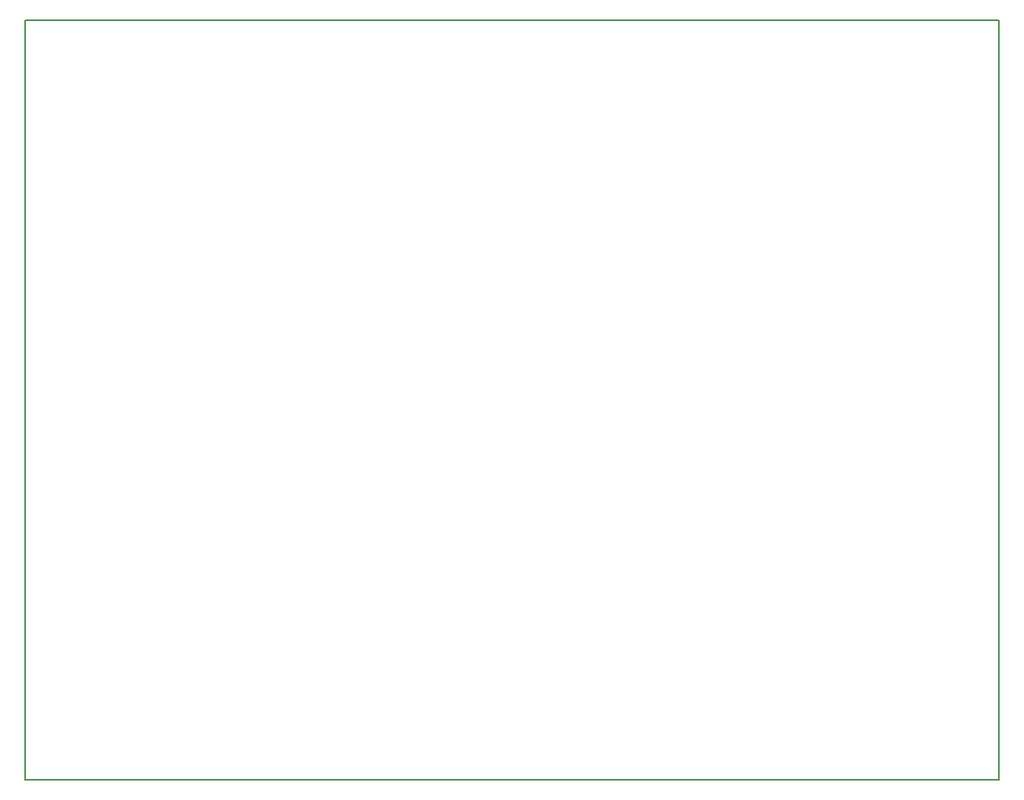
<source format=gm1>
G04 MADE WITH FRITZING*
G04 WWW.FRITZING.ORG*
G04 DOUBLE SIDED*
G04 HOLES PLATED*
G04 CONTOUR ON CENTER OF CONTOUR VECTOR*
%ASAXBY*%
%FSLAX23Y23*%
%MOIN*%
%OFA0B0*%
%SFA1.0B1.0*%
%ADD10R,4.012570X3.136170*%
%ADD11C,0.008000*%
%ADD10C,0.008*%
%LNCONTOUR*%
G90*
G70*
G54D10*
G54D11*
X4Y3132D02*
X4009Y3132D01*
X4009Y4D01*
X4Y4D01*
X4Y3132D01*
D02*
G04 End of contour*
M02*
</source>
